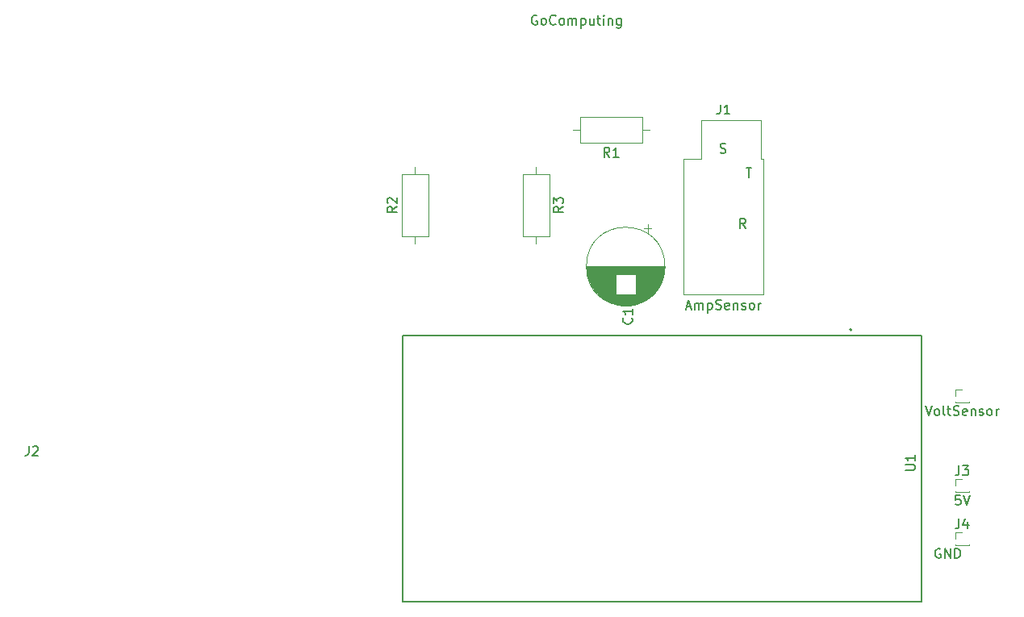
<source format=gbr>
%TF.GenerationSoftware,KiCad,Pcbnew,7.0.10*%
%TF.CreationDate,2024-02-18T04:07:48+01:00*%
%TF.ProjectId,main_board,6d61696e-5f62-46f6-9172-642e6b696361,rev?*%
%TF.SameCoordinates,Original*%
%TF.FileFunction,Legend,Top*%
%TF.FilePolarity,Positive*%
%FSLAX46Y46*%
G04 Gerber Fmt 4.6, Leading zero omitted, Abs format (unit mm)*
G04 Created by KiCad (PCBNEW 7.0.10) date 2024-02-18 04:07:48*
%MOMM*%
%LPD*%
G01*
G04 APERTURE LIST*
%ADD10C,0.150000*%
%ADD11C,0.120000*%
%ADD12C,0.127000*%
%ADD13C,0.200000*%
G04 APERTURE END LIST*
D10*
X71567922Y-58559819D02*
X72139350Y-58559819D01*
X71853636Y-59559819D02*
X71853636Y-58559819D01*
X49628588Y-42605438D02*
X49533350Y-42557819D01*
X49533350Y-42557819D02*
X49390493Y-42557819D01*
X49390493Y-42557819D02*
X49247636Y-42605438D01*
X49247636Y-42605438D02*
X49152398Y-42700676D01*
X49152398Y-42700676D02*
X49104779Y-42795914D01*
X49104779Y-42795914D02*
X49057160Y-42986390D01*
X49057160Y-42986390D02*
X49057160Y-43129247D01*
X49057160Y-43129247D02*
X49104779Y-43319723D01*
X49104779Y-43319723D02*
X49152398Y-43414961D01*
X49152398Y-43414961D02*
X49247636Y-43510200D01*
X49247636Y-43510200D02*
X49390493Y-43557819D01*
X49390493Y-43557819D02*
X49485731Y-43557819D01*
X49485731Y-43557819D02*
X49628588Y-43510200D01*
X49628588Y-43510200D02*
X49676207Y-43462580D01*
X49676207Y-43462580D02*
X49676207Y-43129247D01*
X49676207Y-43129247D02*
X49485731Y-43129247D01*
X50247636Y-43557819D02*
X50152398Y-43510200D01*
X50152398Y-43510200D02*
X50104779Y-43462580D01*
X50104779Y-43462580D02*
X50057160Y-43367342D01*
X50057160Y-43367342D02*
X50057160Y-43081628D01*
X50057160Y-43081628D02*
X50104779Y-42986390D01*
X50104779Y-42986390D02*
X50152398Y-42938771D01*
X50152398Y-42938771D02*
X50247636Y-42891152D01*
X50247636Y-42891152D02*
X50390493Y-42891152D01*
X50390493Y-42891152D02*
X50485731Y-42938771D01*
X50485731Y-42938771D02*
X50533350Y-42986390D01*
X50533350Y-42986390D02*
X50580969Y-43081628D01*
X50580969Y-43081628D02*
X50580969Y-43367342D01*
X50580969Y-43367342D02*
X50533350Y-43462580D01*
X50533350Y-43462580D02*
X50485731Y-43510200D01*
X50485731Y-43510200D02*
X50390493Y-43557819D01*
X50390493Y-43557819D02*
X50247636Y-43557819D01*
X51580969Y-43462580D02*
X51533350Y-43510200D01*
X51533350Y-43510200D02*
X51390493Y-43557819D01*
X51390493Y-43557819D02*
X51295255Y-43557819D01*
X51295255Y-43557819D02*
X51152398Y-43510200D01*
X51152398Y-43510200D02*
X51057160Y-43414961D01*
X51057160Y-43414961D02*
X51009541Y-43319723D01*
X51009541Y-43319723D02*
X50961922Y-43129247D01*
X50961922Y-43129247D02*
X50961922Y-42986390D01*
X50961922Y-42986390D02*
X51009541Y-42795914D01*
X51009541Y-42795914D02*
X51057160Y-42700676D01*
X51057160Y-42700676D02*
X51152398Y-42605438D01*
X51152398Y-42605438D02*
X51295255Y-42557819D01*
X51295255Y-42557819D02*
X51390493Y-42557819D01*
X51390493Y-42557819D02*
X51533350Y-42605438D01*
X51533350Y-42605438D02*
X51580969Y-42653057D01*
X52152398Y-43557819D02*
X52057160Y-43510200D01*
X52057160Y-43510200D02*
X52009541Y-43462580D01*
X52009541Y-43462580D02*
X51961922Y-43367342D01*
X51961922Y-43367342D02*
X51961922Y-43081628D01*
X51961922Y-43081628D02*
X52009541Y-42986390D01*
X52009541Y-42986390D02*
X52057160Y-42938771D01*
X52057160Y-42938771D02*
X52152398Y-42891152D01*
X52152398Y-42891152D02*
X52295255Y-42891152D01*
X52295255Y-42891152D02*
X52390493Y-42938771D01*
X52390493Y-42938771D02*
X52438112Y-42986390D01*
X52438112Y-42986390D02*
X52485731Y-43081628D01*
X52485731Y-43081628D02*
X52485731Y-43367342D01*
X52485731Y-43367342D02*
X52438112Y-43462580D01*
X52438112Y-43462580D02*
X52390493Y-43510200D01*
X52390493Y-43510200D02*
X52295255Y-43557819D01*
X52295255Y-43557819D02*
X52152398Y-43557819D01*
X52914303Y-43557819D02*
X52914303Y-42891152D01*
X52914303Y-42986390D02*
X52961922Y-42938771D01*
X52961922Y-42938771D02*
X53057160Y-42891152D01*
X53057160Y-42891152D02*
X53200017Y-42891152D01*
X53200017Y-42891152D02*
X53295255Y-42938771D01*
X53295255Y-42938771D02*
X53342874Y-43034009D01*
X53342874Y-43034009D02*
X53342874Y-43557819D01*
X53342874Y-43034009D02*
X53390493Y-42938771D01*
X53390493Y-42938771D02*
X53485731Y-42891152D01*
X53485731Y-42891152D02*
X53628588Y-42891152D01*
X53628588Y-42891152D02*
X53723827Y-42938771D01*
X53723827Y-42938771D02*
X53771446Y-43034009D01*
X53771446Y-43034009D02*
X53771446Y-43557819D01*
X54247636Y-42891152D02*
X54247636Y-43891152D01*
X54247636Y-42938771D02*
X54342874Y-42891152D01*
X54342874Y-42891152D02*
X54533350Y-42891152D01*
X54533350Y-42891152D02*
X54628588Y-42938771D01*
X54628588Y-42938771D02*
X54676207Y-42986390D01*
X54676207Y-42986390D02*
X54723826Y-43081628D01*
X54723826Y-43081628D02*
X54723826Y-43367342D01*
X54723826Y-43367342D02*
X54676207Y-43462580D01*
X54676207Y-43462580D02*
X54628588Y-43510200D01*
X54628588Y-43510200D02*
X54533350Y-43557819D01*
X54533350Y-43557819D02*
X54342874Y-43557819D01*
X54342874Y-43557819D02*
X54247636Y-43510200D01*
X55580969Y-42891152D02*
X55580969Y-43557819D01*
X55152398Y-42891152D02*
X55152398Y-43414961D01*
X55152398Y-43414961D02*
X55200017Y-43510200D01*
X55200017Y-43510200D02*
X55295255Y-43557819D01*
X55295255Y-43557819D02*
X55438112Y-43557819D01*
X55438112Y-43557819D02*
X55533350Y-43510200D01*
X55533350Y-43510200D02*
X55580969Y-43462580D01*
X55914303Y-42891152D02*
X56295255Y-42891152D01*
X56057160Y-42557819D02*
X56057160Y-43414961D01*
X56057160Y-43414961D02*
X56104779Y-43510200D01*
X56104779Y-43510200D02*
X56200017Y-43557819D01*
X56200017Y-43557819D02*
X56295255Y-43557819D01*
X56628589Y-43557819D02*
X56628589Y-42891152D01*
X56628589Y-42557819D02*
X56580970Y-42605438D01*
X56580970Y-42605438D02*
X56628589Y-42653057D01*
X56628589Y-42653057D02*
X56676208Y-42605438D01*
X56676208Y-42605438D02*
X56628589Y-42557819D01*
X56628589Y-42557819D02*
X56628589Y-42653057D01*
X57104779Y-42891152D02*
X57104779Y-43557819D01*
X57104779Y-42986390D02*
X57152398Y-42938771D01*
X57152398Y-42938771D02*
X57247636Y-42891152D01*
X57247636Y-42891152D02*
X57390493Y-42891152D01*
X57390493Y-42891152D02*
X57485731Y-42938771D01*
X57485731Y-42938771D02*
X57533350Y-43034009D01*
X57533350Y-43034009D02*
X57533350Y-43557819D01*
X58438112Y-42891152D02*
X58438112Y-43700676D01*
X58438112Y-43700676D02*
X58390493Y-43795914D01*
X58390493Y-43795914D02*
X58342874Y-43843533D01*
X58342874Y-43843533D02*
X58247636Y-43891152D01*
X58247636Y-43891152D02*
X58104779Y-43891152D01*
X58104779Y-43891152D02*
X58009541Y-43843533D01*
X58438112Y-43510200D02*
X58342874Y-43557819D01*
X58342874Y-43557819D02*
X58152398Y-43557819D01*
X58152398Y-43557819D02*
X58057160Y-43510200D01*
X58057160Y-43510200D02*
X58009541Y-43462580D01*
X58009541Y-43462580D02*
X57961922Y-43367342D01*
X57961922Y-43367342D02*
X57961922Y-43081628D01*
X57961922Y-43081628D02*
X58009541Y-42986390D01*
X58009541Y-42986390D02*
X58057160Y-42938771D01*
X58057160Y-42938771D02*
X58152398Y-42891152D01*
X58152398Y-42891152D02*
X58342874Y-42891152D01*
X58342874Y-42891152D02*
X58438112Y-42938771D01*
X68869160Y-56972200D02*
X69012017Y-57019819D01*
X69012017Y-57019819D02*
X69250112Y-57019819D01*
X69250112Y-57019819D02*
X69345350Y-56972200D01*
X69345350Y-56972200D02*
X69392969Y-56924580D01*
X69392969Y-56924580D02*
X69440588Y-56829342D01*
X69440588Y-56829342D02*
X69440588Y-56734104D01*
X69440588Y-56734104D02*
X69392969Y-56638866D01*
X69392969Y-56638866D02*
X69345350Y-56591247D01*
X69345350Y-56591247D02*
X69250112Y-56543628D01*
X69250112Y-56543628D02*
X69059636Y-56496009D01*
X69059636Y-56496009D02*
X68964398Y-56448390D01*
X68964398Y-56448390D02*
X68916779Y-56400771D01*
X68916779Y-56400771D02*
X68869160Y-56305533D01*
X68869160Y-56305533D02*
X68869160Y-56210295D01*
X68869160Y-56210295D02*
X68916779Y-56115057D01*
X68916779Y-56115057D02*
X68964398Y-56067438D01*
X68964398Y-56067438D02*
X69059636Y-56019819D01*
X69059636Y-56019819D02*
X69297731Y-56019819D01*
X69297731Y-56019819D02*
X69440588Y-56067438D01*
X71520207Y-64893819D02*
X71186874Y-64417628D01*
X70948779Y-64893819D02*
X70948779Y-63893819D01*
X70948779Y-63893819D02*
X71329731Y-63893819D01*
X71329731Y-63893819D02*
X71424969Y-63941438D01*
X71424969Y-63941438D02*
X71472588Y-63989057D01*
X71472588Y-63989057D02*
X71520207Y-64084295D01*
X71520207Y-64084295D02*
X71520207Y-64227152D01*
X71520207Y-64227152D02*
X71472588Y-64322390D01*
X71472588Y-64322390D02*
X71424969Y-64370009D01*
X71424969Y-64370009D02*
X71329731Y-64417628D01*
X71329731Y-64417628D02*
X70948779Y-64417628D01*
X52354819Y-62650666D02*
X51878628Y-62983999D01*
X52354819Y-63222094D02*
X51354819Y-63222094D01*
X51354819Y-63222094D02*
X51354819Y-62841142D01*
X51354819Y-62841142D02*
X51402438Y-62745904D01*
X51402438Y-62745904D02*
X51450057Y-62698285D01*
X51450057Y-62698285D02*
X51545295Y-62650666D01*
X51545295Y-62650666D02*
X51688152Y-62650666D01*
X51688152Y-62650666D02*
X51783390Y-62698285D01*
X51783390Y-62698285D02*
X51831009Y-62745904D01*
X51831009Y-62745904D02*
X51878628Y-62841142D01*
X51878628Y-62841142D02*
X51878628Y-63222094D01*
X51354819Y-62317332D02*
X51354819Y-61698285D01*
X51354819Y-61698285D02*
X51735771Y-62031618D01*
X51735771Y-62031618D02*
X51735771Y-61888761D01*
X51735771Y-61888761D02*
X51783390Y-61793523D01*
X51783390Y-61793523D02*
X51831009Y-61745904D01*
X51831009Y-61745904D02*
X51926247Y-61698285D01*
X51926247Y-61698285D02*
X52164342Y-61698285D01*
X52164342Y-61698285D02*
X52259580Y-61745904D01*
X52259580Y-61745904D02*
X52307200Y-61793523D01*
X52307200Y-61793523D02*
X52354819Y-61888761D01*
X52354819Y-61888761D02*
X52354819Y-62174475D01*
X52354819Y-62174475D02*
X52307200Y-62269713D01*
X52307200Y-62269713D02*
X52259580Y-62317332D01*
X57237333Y-57434819D02*
X56904000Y-56958628D01*
X56665905Y-57434819D02*
X56665905Y-56434819D01*
X56665905Y-56434819D02*
X57046857Y-56434819D01*
X57046857Y-56434819D02*
X57142095Y-56482438D01*
X57142095Y-56482438D02*
X57189714Y-56530057D01*
X57189714Y-56530057D02*
X57237333Y-56625295D01*
X57237333Y-56625295D02*
X57237333Y-56768152D01*
X57237333Y-56768152D02*
X57189714Y-56863390D01*
X57189714Y-56863390D02*
X57142095Y-56911009D01*
X57142095Y-56911009D02*
X57046857Y-56958628D01*
X57046857Y-56958628D02*
X56665905Y-56958628D01*
X58189714Y-57434819D02*
X57618286Y-57434819D01*
X57904000Y-57434819D02*
X57904000Y-56434819D01*
X57904000Y-56434819D02*
X57808762Y-56577676D01*
X57808762Y-56577676D02*
X57713524Y-56672914D01*
X57713524Y-56672914D02*
X57618286Y-56720533D01*
X34914819Y-62650666D02*
X34438628Y-62983999D01*
X34914819Y-63222094D02*
X33914819Y-63222094D01*
X33914819Y-63222094D02*
X33914819Y-62841142D01*
X33914819Y-62841142D02*
X33962438Y-62745904D01*
X33962438Y-62745904D02*
X34010057Y-62698285D01*
X34010057Y-62698285D02*
X34105295Y-62650666D01*
X34105295Y-62650666D02*
X34248152Y-62650666D01*
X34248152Y-62650666D02*
X34343390Y-62698285D01*
X34343390Y-62698285D02*
X34391009Y-62745904D01*
X34391009Y-62745904D02*
X34438628Y-62841142D01*
X34438628Y-62841142D02*
X34438628Y-63222094D01*
X34010057Y-62269713D02*
X33962438Y-62222094D01*
X33962438Y-62222094D02*
X33914819Y-62126856D01*
X33914819Y-62126856D02*
X33914819Y-61888761D01*
X33914819Y-61888761D02*
X33962438Y-61793523D01*
X33962438Y-61793523D02*
X34010057Y-61745904D01*
X34010057Y-61745904D02*
X34105295Y-61698285D01*
X34105295Y-61698285D02*
X34200533Y-61698285D01*
X34200533Y-61698285D02*
X34343390Y-61745904D01*
X34343390Y-61745904D02*
X34914819Y-62317332D01*
X34914819Y-62317332D02*
X34914819Y-61698285D01*
X-3701333Y-87780819D02*
X-3701333Y-88495104D01*
X-3701333Y-88495104D02*
X-3748952Y-88637961D01*
X-3748952Y-88637961D02*
X-3844190Y-88733200D01*
X-3844190Y-88733200D02*
X-3987047Y-88780819D01*
X-3987047Y-88780819D02*
X-4082285Y-88780819D01*
X-3272761Y-87876057D02*
X-3225142Y-87828438D01*
X-3225142Y-87828438D02*
X-3129904Y-87780819D01*
X-3129904Y-87780819D02*
X-2891809Y-87780819D01*
X-2891809Y-87780819D02*
X-2796571Y-87828438D01*
X-2796571Y-87828438D02*
X-2748952Y-87876057D01*
X-2748952Y-87876057D02*
X-2701333Y-87971295D01*
X-2701333Y-87971295D02*
X-2701333Y-88066533D01*
X-2701333Y-88066533D02*
X-2748952Y-88209390D01*
X-2748952Y-88209390D02*
X-3320380Y-88780819D01*
X-3320380Y-88780819D02*
X-2701333Y-88780819D01*
X90376856Y-83564819D02*
X90710189Y-84564819D01*
X90710189Y-84564819D02*
X91043522Y-83564819D01*
X91519713Y-84564819D02*
X91424475Y-84517200D01*
X91424475Y-84517200D02*
X91376856Y-84469580D01*
X91376856Y-84469580D02*
X91329237Y-84374342D01*
X91329237Y-84374342D02*
X91329237Y-84088628D01*
X91329237Y-84088628D02*
X91376856Y-83993390D01*
X91376856Y-83993390D02*
X91424475Y-83945771D01*
X91424475Y-83945771D02*
X91519713Y-83898152D01*
X91519713Y-83898152D02*
X91662570Y-83898152D01*
X91662570Y-83898152D02*
X91757808Y-83945771D01*
X91757808Y-83945771D02*
X91805427Y-83993390D01*
X91805427Y-83993390D02*
X91853046Y-84088628D01*
X91853046Y-84088628D02*
X91853046Y-84374342D01*
X91853046Y-84374342D02*
X91805427Y-84469580D01*
X91805427Y-84469580D02*
X91757808Y-84517200D01*
X91757808Y-84517200D02*
X91662570Y-84564819D01*
X91662570Y-84564819D02*
X91519713Y-84564819D01*
X92424475Y-84564819D02*
X92329237Y-84517200D01*
X92329237Y-84517200D02*
X92281618Y-84421961D01*
X92281618Y-84421961D02*
X92281618Y-83564819D01*
X92662571Y-83898152D02*
X93043523Y-83898152D01*
X92805428Y-83564819D02*
X92805428Y-84421961D01*
X92805428Y-84421961D02*
X92853047Y-84517200D01*
X92853047Y-84517200D02*
X92948285Y-84564819D01*
X92948285Y-84564819D02*
X93043523Y-84564819D01*
X93329238Y-84517200D02*
X93472095Y-84564819D01*
X93472095Y-84564819D02*
X93710190Y-84564819D01*
X93710190Y-84564819D02*
X93805428Y-84517200D01*
X93805428Y-84517200D02*
X93853047Y-84469580D01*
X93853047Y-84469580D02*
X93900666Y-84374342D01*
X93900666Y-84374342D02*
X93900666Y-84279104D01*
X93900666Y-84279104D02*
X93853047Y-84183866D01*
X93853047Y-84183866D02*
X93805428Y-84136247D01*
X93805428Y-84136247D02*
X93710190Y-84088628D01*
X93710190Y-84088628D02*
X93519714Y-84041009D01*
X93519714Y-84041009D02*
X93424476Y-83993390D01*
X93424476Y-83993390D02*
X93376857Y-83945771D01*
X93376857Y-83945771D02*
X93329238Y-83850533D01*
X93329238Y-83850533D02*
X93329238Y-83755295D01*
X93329238Y-83755295D02*
X93376857Y-83660057D01*
X93376857Y-83660057D02*
X93424476Y-83612438D01*
X93424476Y-83612438D02*
X93519714Y-83564819D01*
X93519714Y-83564819D02*
X93757809Y-83564819D01*
X93757809Y-83564819D02*
X93900666Y-83612438D01*
X94710190Y-84517200D02*
X94614952Y-84564819D01*
X94614952Y-84564819D02*
X94424476Y-84564819D01*
X94424476Y-84564819D02*
X94329238Y-84517200D01*
X94329238Y-84517200D02*
X94281619Y-84421961D01*
X94281619Y-84421961D02*
X94281619Y-84041009D01*
X94281619Y-84041009D02*
X94329238Y-83945771D01*
X94329238Y-83945771D02*
X94424476Y-83898152D01*
X94424476Y-83898152D02*
X94614952Y-83898152D01*
X94614952Y-83898152D02*
X94710190Y-83945771D01*
X94710190Y-83945771D02*
X94757809Y-84041009D01*
X94757809Y-84041009D02*
X94757809Y-84136247D01*
X94757809Y-84136247D02*
X94281619Y-84231485D01*
X95186381Y-83898152D02*
X95186381Y-84564819D01*
X95186381Y-83993390D02*
X95234000Y-83945771D01*
X95234000Y-83945771D02*
X95329238Y-83898152D01*
X95329238Y-83898152D02*
X95472095Y-83898152D01*
X95472095Y-83898152D02*
X95567333Y-83945771D01*
X95567333Y-83945771D02*
X95614952Y-84041009D01*
X95614952Y-84041009D02*
X95614952Y-84564819D01*
X96043524Y-84517200D02*
X96138762Y-84564819D01*
X96138762Y-84564819D02*
X96329238Y-84564819D01*
X96329238Y-84564819D02*
X96424476Y-84517200D01*
X96424476Y-84517200D02*
X96472095Y-84421961D01*
X96472095Y-84421961D02*
X96472095Y-84374342D01*
X96472095Y-84374342D02*
X96424476Y-84279104D01*
X96424476Y-84279104D02*
X96329238Y-84231485D01*
X96329238Y-84231485D02*
X96186381Y-84231485D01*
X96186381Y-84231485D02*
X96091143Y-84183866D01*
X96091143Y-84183866D02*
X96043524Y-84088628D01*
X96043524Y-84088628D02*
X96043524Y-84041009D01*
X96043524Y-84041009D02*
X96091143Y-83945771D01*
X96091143Y-83945771D02*
X96186381Y-83898152D01*
X96186381Y-83898152D02*
X96329238Y-83898152D01*
X96329238Y-83898152D02*
X96424476Y-83945771D01*
X97043524Y-84564819D02*
X96948286Y-84517200D01*
X96948286Y-84517200D02*
X96900667Y-84469580D01*
X96900667Y-84469580D02*
X96853048Y-84374342D01*
X96853048Y-84374342D02*
X96853048Y-84088628D01*
X96853048Y-84088628D02*
X96900667Y-83993390D01*
X96900667Y-83993390D02*
X96948286Y-83945771D01*
X96948286Y-83945771D02*
X97043524Y-83898152D01*
X97043524Y-83898152D02*
X97186381Y-83898152D01*
X97186381Y-83898152D02*
X97281619Y-83945771D01*
X97281619Y-83945771D02*
X97329238Y-83993390D01*
X97329238Y-83993390D02*
X97376857Y-84088628D01*
X97376857Y-84088628D02*
X97376857Y-84374342D01*
X97376857Y-84374342D02*
X97329238Y-84469580D01*
X97329238Y-84469580D02*
X97281619Y-84517200D01*
X97281619Y-84517200D02*
X97186381Y-84564819D01*
X97186381Y-84564819D02*
X97043524Y-84564819D01*
X97805429Y-84564819D02*
X97805429Y-83898152D01*
X97805429Y-84088628D02*
X97853048Y-83993390D01*
X97853048Y-83993390D02*
X97900667Y-83945771D01*
X97900667Y-83945771D02*
X97995905Y-83898152D01*
X97995905Y-83898152D02*
X98091143Y-83898152D01*
X93900666Y-95430819D02*
X93900666Y-96145104D01*
X93900666Y-96145104D02*
X93853047Y-96287961D01*
X93853047Y-96287961D02*
X93757809Y-96383200D01*
X93757809Y-96383200D02*
X93614952Y-96430819D01*
X93614952Y-96430819D02*
X93519714Y-96430819D01*
X94805428Y-95764152D02*
X94805428Y-96430819D01*
X94567333Y-95383200D02*
X94329238Y-96097485D01*
X94329238Y-96097485D02*
X94948285Y-96097485D01*
X91948095Y-98598438D02*
X91852857Y-98550819D01*
X91852857Y-98550819D02*
X91710000Y-98550819D01*
X91710000Y-98550819D02*
X91567143Y-98598438D01*
X91567143Y-98598438D02*
X91471905Y-98693676D01*
X91471905Y-98693676D02*
X91424286Y-98788914D01*
X91424286Y-98788914D02*
X91376667Y-98979390D01*
X91376667Y-98979390D02*
X91376667Y-99122247D01*
X91376667Y-99122247D02*
X91424286Y-99312723D01*
X91424286Y-99312723D02*
X91471905Y-99407961D01*
X91471905Y-99407961D02*
X91567143Y-99503200D01*
X91567143Y-99503200D02*
X91710000Y-99550819D01*
X91710000Y-99550819D02*
X91805238Y-99550819D01*
X91805238Y-99550819D02*
X91948095Y-99503200D01*
X91948095Y-99503200D02*
X91995714Y-99455580D01*
X91995714Y-99455580D02*
X91995714Y-99122247D01*
X91995714Y-99122247D02*
X91805238Y-99122247D01*
X92424286Y-99550819D02*
X92424286Y-98550819D01*
X92424286Y-98550819D02*
X92995714Y-99550819D01*
X92995714Y-99550819D02*
X92995714Y-98550819D01*
X93471905Y-99550819D02*
X93471905Y-98550819D01*
X93471905Y-98550819D02*
X93710000Y-98550819D01*
X93710000Y-98550819D02*
X93852857Y-98598438D01*
X93852857Y-98598438D02*
X93948095Y-98693676D01*
X93948095Y-98693676D02*
X93995714Y-98788914D01*
X93995714Y-98788914D02*
X94043333Y-98979390D01*
X94043333Y-98979390D02*
X94043333Y-99122247D01*
X94043333Y-99122247D02*
X93995714Y-99312723D01*
X93995714Y-99312723D02*
X93948095Y-99407961D01*
X93948095Y-99407961D02*
X93852857Y-99503200D01*
X93852857Y-99503200D02*
X93710000Y-99550819D01*
X93710000Y-99550819D02*
X93471905Y-99550819D01*
X93900666Y-89842819D02*
X93900666Y-90557104D01*
X93900666Y-90557104D02*
X93853047Y-90699961D01*
X93853047Y-90699961D02*
X93757809Y-90795200D01*
X93757809Y-90795200D02*
X93614952Y-90842819D01*
X93614952Y-90842819D02*
X93519714Y-90842819D01*
X94281619Y-89842819D02*
X94900666Y-89842819D01*
X94900666Y-89842819D02*
X94567333Y-90223771D01*
X94567333Y-90223771D02*
X94710190Y-90223771D01*
X94710190Y-90223771D02*
X94805428Y-90271390D01*
X94805428Y-90271390D02*
X94853047Y-90319009D01*
X94853047Y-90319009D02*
X94900666Y-90414247D01*
X94900666Y-90414247D02*
X94900666Y-90652342D01*
X94900666Y-90652342D02*
X94853047Y-90747580D01*
X94853047Y-90747580D02*
X94805428Y-90795200D01*
X94805428Y-90795200D02*
X94710190Y-90842819D01*
X94710190Y-90842819D02*
X94424476Y-90842819D01*
X94424476Y-90842819D02*
X94329238Y-90795200D01*
X94329238Y-90795200D02*
X94281619Y-90747580D01*
X94043523Y-92962819D02*
X93567333Y-92962819D01*
X93567333Y-92962819D02*
X93519714Y-93439009D01*
X93519714Y-93439009D02*
X93567333Y-93391390D01*
X93567333Y-93391390D02*
X93662571Y-93343771D01*
X93662571Y-93343771D02*
X93900666Y-93343771D01*
X93900666Y-93343771D02*
X93995904Y-93391390D01*
X93995904Y-93391390D02*
X94043523Y-93439009D01*
X94043523Y-93439009D02*
X94091142Y-93534247D01*
X94091142Y-93534247D02*
X94091142Y-93772342D01*
X94091142Y-93772342D02*
X94043523Y-93867580D01*
X94043523Y-93867580D02*
X93995904Y-93915200D01*
X93995904Y-93915200D02*
X93900666Y-93962819D01*
X93900666Y-93962819D02*
X93662571Y-93962819D01*
X93662571Y-93962819D02*
X93567333Y-93915200D01*
X93567333Y-93915200D02*
X93519714Y-93867580D01*
X94376857Y-92962819D02*
X94710190Y-93962819D01*
X94710190Y-93962819D02*
X95043523Y-92962819D01*
X59541580Y-74334666D02*
X59589200Y-74382285D01*
X59589200Y-74382285D02*
X59636819Y-74525142D01*
X59636819Y-74525142D02*
X59636819Y-74620380D01*
X59636819Y-74620380D02*
X59589200Y-74763237D01*
X59589200Y-74763237D02*
X59493961Y-74858475D01*
X59493961Y-74858475D02*
X59398723Y-74906094D01*
X59398723Y-74906094D02*
X59208247Y-74953713D01*
X59208247Y-74953713D02*
X59065390Y-74953713D01*
X59065390Y-74953713D02*
X58874914Y-74906094D01*
X58874914Y-74906094D02*
X58779676Y-74858475D01*
X58779676Y-74858475D02*
X58684438Y-74763237D01*
X58684438Y-74763237D02*
X58636819Y-74620380D01*
X58636819Y-74620380D02*
X58636819Y-74525142D01*
X58636819Y-74525142D02*
X58684438Y-74382285D01*
X58684438Y-74382285D02*
X58732057Y-74334666D01*
X59636819Y-73382285D02*
X59636819Y-73953713D01*
X59636819Y-73667999D02*
X58636819Y-73667999D01*
X58636819Y-73667999D02*
X58779676Y-73763237D01*
X58779676Y-73763237D02*
X58874914Y-73858475D01*
X58874914Y-73858475D02*
X58922533Y-73953713D01*
X68854666Y-51932819D02*
X68854666Y-52647104D01*
X68854666Y-52647104D02*
X68807047Y-52789961D01*
X68807047Y-52789961D02*
X68711809Y-52885200D01*
X68711809Y-52885200D02*
X68568952Y-52932819D01*
X68568952Y-52932819D02*
X68473714Y-52932819D01*
X69854666Y-52932819D02*
X69283238Y-52932819D01*
X69568952Y-52932819D02*
X69568952Y-51932819D01*
X69568952Y-51932819D02*
X69473714Y-52075676D01*
X69473714Y-52075676D02*
X69378476Y-52170914D01*
X69378476Y-52170914D02*
X69283238Y-52218533D01*
X65307047Y-73147104D02*
X65783237Y-73147104D01*
X65211809Y-73432819D02*
X65545142Y-72432819D01*
X65545142Y-72432819D02*
X65878475Y-73432819D01*
X66211809Y-73432819D02*
X66211809Y-72766152D01*
X66211809Y-72861390D02*
X66259428Y-72813771D01*
X66259428Y-72813771D02*
X66354666Y-72766152D01*
X66354666Y-72766152D02*
X66497523Y-72766152D01*
X66497523Y-72766152D02*
X66592761Y-72813771D01*
X66592761Y-72813771D02*
X66640380Y-72909009D01*
X66640380Y-72909009D02*
X66640380Y-73432819D01*
X66640380Y-72909009D02*
X66687999Y-72813771D01*
X66687999Y-72813771D02*
X66783237Y-72766152D01*
X66783237Y-72766152D02*
X66926094Y-72766152D01*
X66926094Y-72766152D02*
X67021333Y-72813771D01*
X67021333Y-72813771D02*
X67068952Y-72909009D01*
X67068952Y-72909009D02*
X67068952Y-73432819D01*
X67545142Y-72766152D02*
X67545142Y-73766152D01*
X67545142Y-72813771D02*
X67640380Y-72766152D01*
X67640380Y-72766152D02*
X67830856Y-72766152D01*
X67830856Y-72766152D02*
X67926094Y-72813771D01*
X67926094Y-72813771D02*
X67973713Y-72861390D01*
X67973713Y-72861390D02*
X68021332Y-72956628D01*
X68021332Y-72956628D02*
X68021332Y-73242342D01*
X68021332Y-73242342D02*
X67973713Y-73337580D01*
X67973713Y-73337580D02*
X67926094Y-73385200D01*
X67926094Y-73385200D02*
X67830856Y-73432819D01*
X67830856Y-73432819D02*
X67640380Y-73432819D01*
X67640380Y-73432819D02*
X67545142Y-73385200D01*
X68402285Y-73385200D02*
X68545142Y-73432819D01*
X68545142Y-73432819D02*
X68783237Y-73432819D01*
X68783237Y-73432819D02*
X68878475Y-73385200D01*
X68878475Y-73385200D02*
X68926094Y-73337580D01*
X68926094Y-73337580D02*
X68973713Y-73242342D01*
X68973713Y-73242342D02*
X68973713Y-73147104D01*
X68973713Y-73147104D02*
X68926094Y-73051866D01*
X68926094Y-73051866D02*
X68878475Y-73004247D01*
X68878475Y-73004247D02*
X68783237Y-72956628D01*
X68783237Y-72956628D02*
X68592761Y-72909009D01*
X68592761Y-72909009D02*
X68497523Y-72861390D01*
X68497523Y-72861390D02*
X68449904Y-72813771D01*
X68449904Y-72813771D02*
X68402285Y-72718533D01*
X68402285Y-72718533D02*
X68402285Y-72623295D01*
X68402285Y-72623295D02*
X68449904Y-72528057D01*
X68449904Y-72528057D02*
X68497523Y-72480438D01*
X68497523Y-72480438D02*
X68592761Y-72432819D01*
X68592761Y-72432819D02*
X68830856Y-72432819D01*
X68830856Y-72432819D02*
X68973713Y-72480438D01*
X69783237Y-73385200D02*
X69687999Y-73432819D01*
X69687999Y-73432819D02*
X69497523Y-73432819D01*
X69497523Y-73432819D02*
X69402285Y-73385200D01*
X69402285Y-73385200D02*
X69354666Y-73289961D01*
X69354666Y-73289961D02*
X69354666Y-72909009D01*
X69354666Y-72909009D02*
X69402285Y-72813771D01*
X69402285Y-72813771D02*
X69497523Y-72766152D01*
X69497523Y-72766152D02*
X69687999Y-72766152D01*
X69687999Y-72766152D02*
X69783237Y-72813771D01*
X69783237Y-72813771D02*
X69830856Y-72909009D01*
X69830856Y-72909009D02*
X69830856Y-73004247D01*
X69830856Y-73004247D02*
X69354666Y-73099485D01*
X70259428Y-72766152D02*
X70259428Y-73432819D01*
X70259428Y-72861390D02*
X70307047Y-72813771D01*
X70307047Y-72813771D02*
X70402285Y-72766152D01*
X70402285Y-72766152D02*
X70545142Y-72766152D01*
X70545142Y-72766152D02*
X70640380Y-72813771D01*
X70640380Y-72813771D02*
X70687999Y-72909009D01*
X70687999Y-72909009D02*
X70687999Y-73432819D01*
X71116571Y-73385200D02*
X71211809Y-73432819D01*
X71211809Y-73432819D02*
X71402285Y-73432819D01*
X71402285Y-73432819D02*
X71497523Y-73385200D01*
X71497523Y-73385200D02*
X71545142Y-73289961D01*
X71545142Y-73289961D02*
X71545142Y-73242342D01*
X71545142Y-73242342D02*
X71497523Y-73147104D01*
X71497523Y-73147104D02*
X71402285Y-73099485D01*
X71402285Y-73099485D02*
X71259428Y-73099485D01*
X71259428Y-73099485D02*
X71164190Y-73051866D01*
X71164190Y-73051866D02*
X71116571Y-72956628D01*
X71116571Y-72956628D02*
X71116571Y-72909009D01*
X71116571Y-72909009D02*
X71164190Y-72813771D01*
X71164190Y-72813771D02*
X71259428Y-72766152D01*
X71259428Y-72766152D02*
X71402285Y-72766152D01*
X71402285Y-72766152D02*
X71497523Y-72813771D01*
X72116571Y-73432819D02*
X72021333Y-73385200D01*
X72021333Y-73385200D02*
X71973714Y-73337580D01*
X71973714Y-73337580D02*
X71926095Y-73242342D01*
X71926095Y-73242342D02*
X71926095Y-72956628D01*
X71926095Y-72956628D02*
X71973714Y-72861390D01*
X71973714Y-72861390D02*
X72021333Y-72813771D01*
X72021333Y-72813771D02*
X72116571Y-72766152D01*
X72116571Y-72766152D02*
X72259428Y-72766152D01*
X72259428Y-72766152D02*
X72354666Y-72813771D01*
X72354666Y-72813771D02*
X72402285Y-72861390D01*
X72402285Y-72861390D02*
X72449904Y-72956628D01*
X72449904Y-72956628D02*
X72449904Y-73242342D01*
X72449904Y-73242342D02*
X72402285Y-73337580D01*
X72402285Y-73337580D02*
X72354666Y-73385200D01*
X72354666Y-73385200D02*
X72259428Y-73432819D01*
X72259428Y-73432819D02*
X72116571Y-73432819D01*
X72878476Y-73432819D02*
X72878476Y-72766152D01*
X72878476Y-72956628D02*
X72926095Y-72861390D01*
X72926095Y-72861390D02*
X72973714Y-72813771D01*
X72973714Y-72813771D02*
X73068952Y-72766152D01*
X73068952Y-72766152D02*
X73164190Y-72766152D01*
X88279612Y-90297198D02*
X89089448Y-90297198D01*
X89089448Y-90297198D02*
X89184723Y-90249561D01*
X89184723Y-90249561D02*
X89232361Y-90201924D01*
X89232361Y-90201924D02*
X89279998Y-90106649D01*
X89279998Y-90106649D02*
X89279998Y-89916099D01*
X89279998Y-89916099D02*
X89232361Y-89820824D01*
X89232361Y-89820824D02*
X89184723Y-89773187D01*
X89184723Y-89773187D02*
X89089448Y-89725549D01*
X89089448Y-89725549D02*
X88279612Y-89725549D01*
X89279998Y-88725164D02*
X89279998Y-89296813D01*
X89279998Y-89010988D02*
X88279612Y-89010988D01*
X88279612Y-89010988D02*
X88422524Y-89106263D01*
X88422524Y-89106263D02*
X88517799Y-89201538D01*
X88517799Y-89201538D02*
X88565437Y-89296813D01*
D11*
%TO.C,R3*%
X49530000Y-58444000D02*
X49530000Y-59214000D01*
X50900000Y-59214000D02*
X48160000Y-59214000D01*
X48160000Y-59214000D02*
X48160000Y-65754000D01*
X50900000Y-65754000D02*
X50900000Y-59214000D01*
X48160000Y-65754000D02*
X50900000Y-65754000D01*
X49530000Y-66524000D02*
X49530000Y-65754000D01*
%TO.C,R1*%
X61444000Y-54610000D02*
X60674000Y-54610000D01*
X60674000Y-55980000D02*
X60674000Y-53240000D01*
X60674000Y-53240000D02*
X54134000Y-53240000D01*
X54134000Y-55980000D02*
X60674000Y-55980000D01*
X54134000Y-53240000D02*
X54134000Y-55980000D01*
X53364000Y-54610000D02*
X54134000Y-54610000D01*
%TO.C,R2*%
X36830000Y-66524000D02*
X36830000Y-65754000D01*
X35460000Y-65754000D02*
X38200000Y-65754000D01*
X38200000Y-65754000D02*
X38200000Y-59214000D01*
X35460000Y-59214000D02*
X35460000Y-65754000D01*
X38200000Y-59214000D02*
X35460000Y-59214000D01*
X36830000Y-58444000D02*
X36830000Y-59214000D01*
%TO.C,J2*%
X93539000Y-81865000D02*
X94234000Y-81865000D01*
X93539000Y-82550000D02*
X93539000Y-81865000D01*
X93539000Y-83235000D02*
X93539000Y-83110000D01*
X93539000Y-83235000D02*
X93625724Y-83235000D01*
X93539000Y-83235000D02*
X94929000Y-83235000D01*
X94842276Y-83235000D02*
X94929000Y-83235000D01*
X94929000Y-83235000D02*
X94929000Y-83110000D01*
%TO.C,J4*%
X93539000Y-96851000D02*
X94234000Y-96851000D01*
X93539000Y-97536000D02*
X93539000Y-96851000D01*
X93539000Y-98221000D02*
X93539000Y-98096000D01*
X93539000Y-98221000D02*
X93625724Y-98221000D01*
X93539000Y-98221000D02*
X94929000Y-98221000D01*
X94842276Y-98221000D02*
X94929000Y-98221000D01*
X94929000Y-98221000D02*
X94929000Y-98096000D01*
%TO.C,J3*%
X93539000Y-91263000D02*
X94234000Y-91263000D01*
X93539000Y-91948000D02*
X93539000Y-91263000D01*
X93539000Y-92633000D02*
X93539000Y-92508000D01*
X93539000Y-92633000D02*
X93625724Y-92633000D01*
X93539000Y-92633000D02*
X94929000Y-92633000D01*
X94842276Y-92633000D02*
X94929000Y-92633000D01*
X94929000Y-92633000D02*
X94929000Y-92508000D01*
%TO.C,C1*%
X61243000Y-64521651D02*
X61243000Y-65321651D01*
X61643000Y-64921651D02*
X60843000Y-64921651D01*
X63008000Y-68931349D02*
X54848000Y-68931349D01*
X63008000Y-68971349D02*
X54848000Y-68971349D01*
X63008000Y-69011349D02*
X54848000Y-69011349D01*
X63007000Y-69051349D02*
X54849000Y-69051349D01*
X63005000Y-69091349D02*
X54851000Y-69091349D01*
X63004000Y-69131349D02*
X54852000Y-69131349D01*
X63002000Y-69171349D02*
X54854000Y-69171349D01*
X62999000Y-69211349D02*
X54857000Y-69211349D01*
X62996000Y-69251349D02*
X54860000Y-69251349D01*
X62993000Y-69291349D02*
X54863000Y-69291349D01*
X62989000Y-69331349D02*
X54867000Y-69331349D01*
X62985000Y-69371349D02*
X54871000Y-69371349D01*
X62980000Y-69411349D02*
X54876000Y-69411349D01*
X62976000Y-69451349D02*
X54880000Y-69451349D01*
X62970000Y-69491349D02*
X54886000Y-69491349D01*
X62965000Y-69531349D02*
X54891000Y-69531349D01*
X62958000Y-69571349D02*
X54898000Y-69571349D01*
X62952000Y-69611349D02*
X54904000Y-69611349D01*
X62945000Y-69652349D02*
X54911000Y-69652349D01*
X62938000Y-69692349D02*
X54918000Y-69692349D01*
X62930000Y-69732349D02*
X54926000Y-69732349D01*
X62922000Y-69772349D02*
X54934000Y-69772349D01*
X62913000Y-69812349D02*
X59968000Y-69812349D01*
X57888000Y-69812349D02*
X54943000Y-69812349D01*
X62904000Y-69852349D02*
X59968000Y-69852349D01*
X57888000Y-69852349D02*
X54952000Y-69852349D01*
X62895000Y-69892349D02*
X59968000Y-69892349D01*
X57888000Y-69892349D02*
X54961000Y-69892349D01*
X62885000Y-69932349D02*
X59968000Y-69932349D01*
X57888000Y-69932349D02*
X54971000Y-69932349D01*
X62875000Y-69972349D02*
X59968000Y-69972349D01*
X57888000Y-69972349D02*
X54981000Y-69972349D01*
X62864000Y-70012349D02*
X59968000Y-70012349D01*
X57888000Y-70012349D02*
X54992000Y-70012349D01*
X62853000Y-70052349D02*
X59968000Y-70052349D01*
X57888000Y-70052349D02*
X55003000Y-70052349D01*
X62842000Y-70092349D02*
X59968000Y-70092349D01*
X57888000Y-70092349D02*
X55014000Y-70092349D01*
X62830000Y-70132349D02*
X59968000Y-70132349D01*
X57888000Y-70132349D02*
X55026000Y-70132349D01*
X62817000Y-70172349D02*
X59968000Y-70172349D01*
X57888000Y-70172349D02*
X55039000Y-70172349D01*
X62805000Y-70212349D02*
X59968000Y-70212349D01*
X57888000Y-70212349D02*
X55051000Y-70212349D01*
X62791000Y-70252349D02*
X59968000Y-70252349D01*
X57888000Y-70252349D02*
X55065000Y-70252349D01*
X62778000Y-70292349D02*
X59968000Y-70292349D01*
X57888000Y-70292349D02*
X55078000Y-70292349D01*
X62763000Y-70332349D02*
X59968000Y-70332349D01*
X57888000Y-70332349D02*
X55093000Y-70332349D01*
X62749000Y-70372349D02*
X59968000Y-70372349D01*
X57888000Y-70372349D02*
X55107000Y-70372349D01*
X62733000Y-70412349D02*
X59968000Y-70412349D01*
X57888000Y-70412349D02*
X55123000Y-70412349D01*
X62718000Y-70452349D02*
X59968000Y-70452349D01*
X57888000Y-70452349D02*
X55138000Y-70452349D01*
X62702000Y-70492349D02*
X59968000Y-70492349D01*
X57888000Y-70492349D02*
X55154000Y-70492349D01*
X62685000Y-70532349D02*
X59968000Y-70532349D01*
X57888000Y-70532349D02*
X55171000Y-70532349D01*
X62668000Y-70572349D02*
X59968000Y-70572349D01*
X57888000Y-70572349D02*
X55188000Y-70572349D01*
X62650000Y-70612349D02*
X59968000Y-70612349D01*
X57888000Y-70612349D02*
X55206000Y-70612349D01*
X62632000Y-70652349D02*
X59968000Y-70652349D01*
X57888000Y-70652349D02*
X55224000Y-70652349D01*
X62614000Y-70692349D02*
X59968000Y-70692349D01*
X57888000Y-70692349D02*
X55242000Y-70692349D01*
X62594000Y-70732349D02*
X59968000Y-70732349D01*
X57888000Y-70732349D02*
X55262000Y-70732349D01*
X62575000Y-70772349D02*
X59968000Y-70772349D01*
X57888000Y-70772349D02*
X55281000Y-70772349D01*
X62555000Y-70812349D02*
X59968000Y-70812349D01*
X57888000Y-70812349D02*
X55301000Y-70812349D01*
X62534000Y-70852349D02*
X59968000Y-70852349D01*
X57888000Y-70852349D02*
X55322000Y-70852349D01*
X62512000Y-70892349D02*
X59968000Y-70892349D01*
X57888000Y-70892349D02*
X55344000Y-70892349D01*
X62490000Y-70932349D02*
X59968000Y-70932349D01*
X57888000Y-70932349D02*
X55366000Y-70932349D01*
X62468000Y-70972349D02*
X59968000Y-70972349D01*
X57888000Y-70972349D02*
X55388000Y-70972349D01*
X62445000Y-71012349D02*
X59968000Y-71012349D01*
X57888000Y-71012349D02*
X55411000Y-71012349D01*
X62421000Y-71052349D02*
X59968000Y-71052349D01*
X57888000Y-71052349D02*
X55435000Y-71052349D01*
X62397000Y-71092349D02*
X59968000Y-71092349D01*
X57888000Y-71092349D02*
X55459000Y-71092349D01*
X62372000Y-71132349D02*
X59968000Y-71132349D01*
X57888000Y-71132349D02*
X55484000Y-71132349D01*
X62346000Y-71172349D02*
X59968000Y-71172349D01*
X57888000Y-71172349D02*
X55510000Y-71172349D01*
X62320000Y-71212349D02*
X59968000Y-71212349D01*
X57888000Y-71212349D02*
X55536000Y-71212349D01*
X62293000Y-71252349D02*
X59968000Y-71252349D01*
X57888000Y-71252349D02*
X55563000Y-71252349D01*
X62266000Y-71292349D02*
X59968000Y-71292349D01*
X57888000Y-71292349D02*
X55590000Y-71292349D01*
X62237000Y-71332349D02*
X59968000Y-71332349D01*
X57888000Y-71332349D02*
X55619000Y-71332349D01*
X62208000Y-71372349D02*
X59968000Y-71372349D01*
X57888000Y-71372349D02*
X55648000Y-71372349D01*
X62178000Y-71412349D02*
X59968000Y-71412349D01*
X57888000Y-71412349D02*
X55678000Y-71412349D01*
X62148000Y-71452349D02*
X59968000Y-71452349D01*
X57888000Y-71452349D02*
X55708000Y-71452349D01*
X62117000Y-71492349D02*
X59968000Y-71492349D01*
X57888000Y-71492349D02*
X55739000Y-71492349D01*
X62084000Y-71532349D02*
X59968000Y-71532349D01*
X57888000Y-71532349D02*
X55772000Y-71532349D01*
X62052000Y-71572349D02*
X59968000Y-71572349D01*
X57888000Y-71572349D02*
X55804000Y-71572349D01*
X62018000Y-71612349D02*
X59968000Y-71612349D01*
X57888000Y-71612349D02*
X55838000Y-71612349D01*
X61983000Y-71652349D02*
X59968000Y-71652349D01*
X57888000Y-71652349D02*
X55873000Y-71652349D01*
X61947000Y-71692349D02*
X59968000Y-71692349D01*
X57888000Y-71692349D02*
X55909000Y-71692349D01*
X61911000Y-71732349D02*
X59968000Y-71732349D01*
X57888000Y-71732349D02*
X55945000Y-71732349D01*
X61873000Y-71772349D02*
X59968000Y-71772349D01*
X57888000Y-71772349D02*
X55983000Y-71772349D01*
X61835000Y-71812349D02*
X59968000Y-71812349D01*
X57888000Y-71812349D02*
X56021000Y-71812349D01*
X61795000Y-71852349D02*
X59968000Y-71852349D01*
X57888000Y-71852349D02*
X56061000Y-71852349D01*
X61754000Y-71892349D02*
X56102000Y-71892349D01*
X61712000Y-71932349D02*
X56144000Y-71932349D01*
X61669000Y-71972349D02*
X56187000Y-71972349D01*
X61625000Y-72012349D02*
X56231000Y-72012349D01*
X61579000Y-72052349D02*
X56277000Y-72052349D01*
X61532000Y-72092349D02*
X56324000Y-72092349D01*
X61484000Y-72132349D02*
X56372000Y-72132349D01*
X61433000Y-72172349D02*
X56423000Y-72172349D01*
X61382000Y-72212349D02*
X56474000Y-72212349D01*
X61328000Y-72252349D02*
X56528000Y-72252349D01*
X61273000Y-72292349D02*
X56583000Y-72292349D01*
X61215000Y-72332349D02*
X56641000Y-72332349D01*
X61156000Y-72372349D02*
X56700000Y-72372349D01*
X61094000Y-72412349D02*
X56762000Y-72412349D01*
X61030000Y-72452349D02*
X56826000Y-72452349D01*
X60962000Y-72492349D02*
X56894000Y-72492349D01*
X60892000Y-72532349D02*
X56964000Y-72532349D01*
X60818000Y-72572349D02*
X57038000Y-72572349D01*
X60741000Y-72612349D02*
X57115000Y-72612349D01*
X60659000Y-72652349D02*
X57197000Y-72652349D01*
X60573000Y-72692349D02*
X57283000Y-72692349D01*
X60480000Y-72732349D02*
X57376000Y-72732349D01*
X60381000Y-72772349D02*
X57475000Y-72772349D01*
X60274000Y-72812349D02*
X57582000Y-72812349D01*
X60157000Y-72852349D02*
X57699000Y-72852349D01*
X60026000Y-72892349D02*
X57830000Y-72892349D01*
X59876000Y-72932349D02*
X57980000Y-72932349D01*
X59696000Y-72972349D02*
X58160000Y-72972349D01*
X59461000Y-73012349D02*
X58395000Y-73012349D01*
X63048000Y-68931349D02*
G75*
G03*
X54808000Y-68931349I-4120000J0D01*
G01*
X54808000Y-68931349D02*
G75*
G03*
X63048000Y-68931349I4120000J0D01*
G01*
%TO.C,J1*%
X64968000Y-57608000D02*
X66868000Y-57608000D01*
X64968000Y-71848000D02*
X64968000Y-57608000D01*
X66868000Y-53608000D02*
X73108000Y-53608000D01*
X66868000Y-57608000D02*
X66868000Y-53608000D01*
X73108000Y-53608000D02*
X73108000Y-57608000D01*
X73108000Y-57608000D02*
X73408000Y-57608000D01*
X73408000Y-57608000D02*
X73408000Y-71848000D01*
X73408000Y-71848000D02*
X64968000Y-71848000D01*
D12*
%TO.C,U1*%
X89940000Y-76220000D02*
X89940000Y-104120000D01*
X35540000Y-76220000D02*
X89940000Y-76220000D01*
X89940000Y-104120000D02*
X35540000Y-104120000D01*
X35540000Y-104120000D02*
X35540000Y-76220000D01*
D13*
X82650000Y-75570000D02*
G75*
G03*
X82450000Y-75570000I-100000J0D01*
G01*
X82450000Y-75570000D02*
G75*
G03*
X82650000Y-75570000I100000J0D01*
G01*
%TD*%
M02*

</source>
